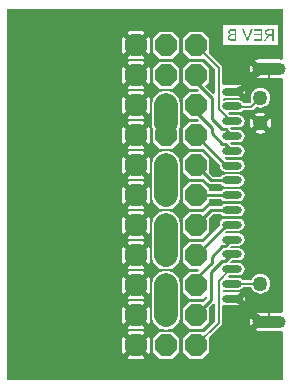
<source format=gbl>
G04 Layer_Physical_Order=2*
G04 Layer_Color=16711680*
%FSLAX43Y43*%
%MOMM*%
G71*
G01*
G75*
%ADD10C,0.200*%
%ADD11C,2.000*%
%ADD13P,2.034X8X292.5*%
%ADD14C,1.270*%
G04:AMPARAMS|DCode=15|XSize=2.819mm|YSize=1.016mm|CornerRadius=0.508mm|HoleSize=0mm|Usage=FLASHONLY|Rotation=180.000|XOffset=0mm|YOffset=0mm|HoleType=Round|Shape=RoundedRectangle|*
%AMROUNDEDRECTD15*
21,1,2.819,0.000,0,0,180.0*
21,1,1.803,1.016,0,0,180.0*
1,1,1.016,-0.902,0.000*
1,1,1.016,0.902,0.000*
1,1,1.016,0.902,0.000*
1,1,1.016,-0.902,0.000*
%
%ADD15ROUNDEDRECTD15*%
G04:AMPARAMS|DCode=16|XSize=0.61mm|YSize=1.702mm|CornerRadius=0.305mm|HoleSize=0mm|Usage=FLASHONLY|Rotation=270.000|XOffset=0mm|YOffset=0mm|HoleType=Round|Shape=RoundedRectangle|*
%AMROUNDEDRECTD16*
21,1,0.610,1.092,0,0,270.0*
21,1,0.000,1.702,0,0,270.0*
1,1,0.610,-0.546,0.000*
1,1,0.610,-0.546,0.000*
1,1,0.610,0.546,0.000*
1,1,0.610,0.546,0.000*
%
%ADD16ROUNDEDRECTD16*%
%ADD17C,0.254*%
G36*
X56769Y56909D02*
X56642Y56816D01*
X56514Y56833D01*
X54710D01*
X54511Y56806D01*
X54377Y56751D01*
X54887Y56241D01*
X54710Y56064D01*
X54887Y55887D01*
X54377Y55377D01*
X54511Y55322D01*
X54710Y55295D01*
X56514D01*
X56642Y55312D01*
X56769Y55219D01*
Y35484D01*
X56642Y35391D01*
X56514Y35408D01*
X54710D01*
X54511Y35381D01*
X54377Y35326D01*
X54887Y34816D01*
X54710Y34639D01*
X54887Y34462D01*
X54377Y33952D01*
X54511Y33897D01*
X54710Y33870D01*
X56514D01*
X56642Y33887D01*
X56769Y33794D01*
Y29718D01*
X33401D01*
Y61087D01*
X56769D01*
Y56909D01*
D02*
G37*
%LPC*%
G36*
X53008Y43364D02*
X51916D01*
X51719Y43325D01*
X51552Y43213D01*
X51440Y43046D01*
X51401Y42849D01*
X51421Y42749D01*
X50022Y41350D01*
X49973Y41399D01*
X48833D01*
X48263Y40829D01*
Y39689D01*
X48833Y39119D01*
X49574D01*
X49623Y39002D01*
X49480Y38859D01*
X48833D01*
X48263Y38289D01*
Y37149D01*
X48833Y36579D01*
X49973D01*
X50222Y36829D01*
X50340Y36780D01*
Y36587D01*
X50022Y36270D01*
X49973Y36319D01*
X48833D01*
X48263Y35749D01*
Y34609D01*
X48833Y34039D01*
X49973D01*
X50543Y34609D01*
Y35749D01*
X50494Y35798D01*
X50878Y36183D01*
X50999Y36142D01*
X51005Y36137D01*
Y34674D01*
X50042Y33710D01*
X49973Y33779D01*
X48833D01*
X48263Y33209D01*
Y32069D01*
X48833Y31499D01*
X49973D01*
X50543Y32069D01*
Y33209D01*
X50474Y33278D01*
X51527Y34331D01*
X51594Y34430D01*
X51617Y34547D01*
X51617Y34547D01*
Y35976D01*
X51744Y36054D01*
X51916Y36019D01*
X53008D01*
X53188Y36055D01*
X52831Y36412D01*
X53008Y36589D01*
X52831Y36766D01*
X53188Y37123D01*
X53008Y37159D01*
X51916D01*
X51766Y37129D01*
X51659Y37209D01*
X51661Y37273D01*
X51772Y37353D01*
X51916Y37324D01*
X53008D01*
X53205Y37364D01*
X53372Y37475D01*
X53413Y37536D01*
X54088Y37538D01*
X54135Y37425D01*
X54268Y37250D01*
X54443Y37117D01*
X54646Y37032D01*
X54864Y37004D01*
X55082Y37032D01*
X55285Y37117D01*
X55460Y37250D01*
X55593Y37425D01*
X55678Y37628D01*
X55706Y37846D01*
X55678Y38064D01*
X55593Y38267D01*
X55460Y38442D01*
X55285Y38575D01*
X55082Y38660D01*
X54864Y38688D01*
X54646Y38660D01*
X54443Y38575D01*
X54268Y38442D01*
X54135Y38267D01*
X54086Y38150D01*
X53409Y38148D01*
X53372Y38203D01*
X53205Y38315D01*
X53008Y38354D01*
X52174D01*
X52125Y38471D01*
X52228Y38574D01*
X53008D01*
X53205Y38614D01*
X53372Y38725D01*
X53484Y38892D01*
X53523Y39089D01*
X53484Y39286D01*
X53372Y39453D01*
X53205Y39565D01*
X53008Y39604D01*
X52364D01*
X52316Y39721D01*
X52419Y39824D01*
X53008D01*
X53205Y39864D01*
X53372Y39975D01*
X53484Y40142D01*
X53523Y40339D01*
X53484Y40536D01*
X53372Y40703D01*
X53205Y40815D01*
X53008Y40854D01*
X52364D01*
X52316Y40971D01*
X52419Y41074D01*
X53008D01*
X53205Y41114D01*
X53372Y41225D01*
X53484Y41392D01*
X53523Y41589D01*
X53484Y41786D01*
X53372Y41953D01*
X53205Y42065D01*
X53008Y42104D01*
X51916D01*
X51895Y42099D01*
X51832Y42217D01*
X51950Y42334D01*
X53008D01*
X53205Y42374D01*
X53372Y42485D01*
X53484Y42652D01*
X53523Y42849D01*
X53484Y43046D01*
X53372Y43213D01*
X53205Y43325D01*
X53008Y43364D01*
D02*
G37*
G36*
X44323Y42445D02*
X43604Y41727D01*
X43726Y41605D01*
X44920D01*
X45042Y41727D01*
X44323Y42445D01*
D02*
G37*
G36*
X43251Y43518D02*
X43129Y43396D01*
Y42202D01*
X43251Y42080D01*
X43969Y42799D01*
X43251Y43518D01*
D02*
G37*
G36*
Y40978D02*
X43129Y40856D01*
Y39662D01*
X43251Y39540D01*
X43969Y40259D01*
X43251Y40978D01*
D02*
G37*
G36*
X44323Y39905D02*
X43604Y39187D01*
X43726Y39065D01*
X44920D01*
X45042Y39187D01*
X44323Y39905D01*
D02*
G37*
G36*
X44920Y41453D02*
X43726D01*
X43604Y41331D01*
X44323Y40613D01*
X45042Y41331D01*
X44920Y41453D01*
D02*
G37*
G36*
X45395Y40978D02*
X44677Y40259D01*
X45395Y39540D01*
X45517Y39662D01*
Y40856D01*
X45395Y40978D01*
D02*
G37*
G36*
Y43518D02*
X44677Y42799D01*
X45395Y42080D01*
X45517Y42202D01*
Y43396D01*
X45395Y43518D01*
D02*
G37*
G36*
Y46058D02*
X44677Y45339D01*
X45395Y44620D01*
X45517Y44742D01*
Y45936D01*
X45395Y46058D01*
D02*
G37*
G36*
X49973Y46479D02*
X48833D01*
X48263Y45909D01*
Y44769D01*
X48833Y44199D01*
X49973D01*
X50543Y44769D01*
Y45030D01*
X51532D01*
X51552Y45000D01*
X51719Y44888D01*
X51916Y44849D01*
X53008D01*
X53205Y44888D01*
X53372Y45000D01*
X53484Y45167D01*
X53523Y45364D01*
X53484Y45561D01*
X53372Y45728D01*
X53205Y45839D01*
X53008Y45878D01*
X51916D01*
X51719Y45839D01*
X51552Y45728D01*
X51532Y45697D01*
X50543D01*
Y45909D01*
X49973Y46479D01*
D02*
G37*
G36*
X44920Y46533D02*
X43726D01*
X43604Y46411D01*
X44323Y45693D01*
X45042Y46411D01*
X44920Y46533D01*
D02*
G37*
G36*
X43251Y46058D02*
X43129Y45936D01*
Y44742D01*
X43251Y44620D01*
X43969Y45339D01*
X43251Y46058D01*
D02*
G37*
G36*
X44920Y43993D02*
X43726D01*
X43604Y43871D01*
X44323Y43153D01*
X45042Y43871D01*
X44920Y43993D01*
D02*
G37*
G36*
X53008Y44608D02*
X51916D01*
X51719Y44569D01*
X51552Y44458D01*
X51532Y44427D01*
X50698D01*
X50570Y44402D01*
X50462Y44329D01*
X50022Y43890D01*
X49973Y43939D01*
X48833D01*
X48263Y43369D01*
Y42229D01*
X48833Y41659D01*
X49973D01*
X50543Y42229D01*
Y43369D01*
X50494Y43418D01*
X50836Y43760D01*
X51532D01*
X51552Y43730D01*
X51719Y43618D01*
X51916Y43579D01*
X53008D01*
X53205Y43618D01*
X53372Y43730D01*
X53484Y43897D01*
X53523Y44094D01*
X53484Y44291D01*
X53372Y44458D01*
X53205Y44569D01*
X53008Y44608D01*
D02*
G37*
G36*
X44323Y44985D02*
X43604Y44267D01*
X43726Y44145D01*
X44920D01*
X45042Y44267D01*
X44323Y44985D01*
D02*
G37*
G36*
X44920Y38913D02*
X43726D01*
X43604Y38791D01*
X44323Y38073D01*
X45042Y38791D01*
X44920Y38913D01*
D02*
G37*
G36*
Y33833D02*
X43726D01*
X43604Y33711D01*
X44323Y32993D01*
X45042Y33711D01*
X44920Y33833D01*
D02*
G37*
G36*
X46863Y49089D02*
X46550Y49048D01*
X46479Y49019D01*
X46293D01*
X46016Y48741D01*
X46007Y48735D01*
X46001Y48726D01*
X45723Y48449D01*
Y48263D01*
X45694Y48192D01*
X45653Y47879D01*
Y45339D01*
X45694Y45026D01*
X45723Y44955D01*
Y44769D01*
X46001Y44492D01*
X46007Y44483D01*
X46016Y44477D01*
X46293Y44199D01*
X46479D01*
X46550Y44170D01*
X46773Y44141D01*
X46773D01*
X46830Y44133D01*
Y44132D01*
Y44128D01*
Y44121D01*
Y44017D01*
Y44010D01*
Y44006D01*
Y44005D01*
X46773Y43997D01*
D01*
X46550Y43968D01*
X46479Y43939D01*
X46293D01*
X46016Y43661D01*
X46007Y43655D01*
X46001Y43646D01*
X45723Y43369D01*
Y43183D01*
X45694Y43112D01*
X45653Y42799D01*
Y40259D01*
X45694Y39946D01*
X45723Y39875D01*
Y39689D01*
X46001Y39412D01*
X46007Y39403D01*
X46016Y39397D01*
X46293Y39119D01*
X46479D01*
X46550Y39090D01*
X46773Y39061D01*
X46773D01*
X46830Y39053D01*
Y39052D01*
Y39048D01*
Y39041D01*
Y38937D01*
Y38930D01*
Y38926D01*
Y38925D01*
X46773Y38917D01*
D01*
X46550Y38888D01*
X46479Y38859D01*
X46293D01*
X46016Y38581D01*
X46007Y38575D01*
X46001Y38566D01*
X45723Y38289D01*
Y38103D01*
X45694Y38032D01*
X45653Y37719D01*
Y35179D01*
X45694Y34866D01*
X45723Y34795D01*
Y34609D01*
X46001Y34332D01*
X46007Y34323D01*
X46016Y34317D01*
X46293Y34039D01*
X46479D01*
X46550Y34010D01*
X46863Y33969D01*
X47176Y34010D01*
X47247Y34039D01*
X47433D01*
X47710Y34317D01*
X47719Y34323D01*
X47725Y34332D01*
X48003Y34609D01*
Y34795D01*
X48032Y34866D01*
X48073Y35179D01*
Y37719D01*
X48032Y38032D01*
X48003Y38103D01*
Y38289D01*
X47725Y38566D01*
X47719Y38575D01*
X47710Y38581D01*
X47433Y38859D01*
X47247D01*
X47176Y38888D01*
X46953Y38917D01*
X46953D01*
X46896Y38925D01*
Y38926D01*
Y38930D01*
Y38937D01*
Y39041D01*
Y39048D01*
Y39052D01*
Y39053D01*
X46953Y39061D01*
D01*
X47176Y39090D01*
X47247Y39119D01*
X47433D01*
X47710Y39397D01*
X47719Y39403D01*
X47725Y39412D01*
X48003Y39689D01*
Y39875D01*
X48032Y39946D01*
X48073Y40259D01*
Y42799D01*
X48032Y43112D01*
X48003Y43183D01*
Y43369D01*
X47725Y43646D01*
X47719Y43655D01*
X47710Y43661D01*
X47433Y43939D01*
X47247D01*
X47176Y43968D01*
X46953Y43997D01*
X46953D01*
X46896Y44005D01*
Y44006D01*
Y44010D01*
Y44017D01*
Y44121D01*
Y44128D01*
Y44132D01*
Y44133D01*
X46953Y44141D01*
D01*
X47176Y44170D01*
X47247Y44199D01*
X47433D01*
X47710Y44477D01*
X47719Y44483D01*
X47725Y44492D01*
X48003Y44769D01*
Y44955D01*
X48032Y45026D01*
X48073Y45339D01*
Y47879D01*
X48032Y48192D01*
X48003Y48263D01*
Y48449D01*
X47725Y48726D01*
X47719Y48735D01*
X47710Y48741D01*
X47433Y49019D01*
X47247D01*
X47176Y49048D01*
X46863Y49089D01*
D02*
G37*
G36*
X44323Y34825D02*
X43604Y34107D01*
X43726Y33985D01*
X44920D01*
X45042Y34107D01*
X44323Y34825D01*
D02*
G37*
G36*
X45395Y33358D02*
X44677Y32639D01*
X45395Y31920D01*
X45517Y32042D01*
Y33236D01*
X45395Y33358D01*
D02*
G37*
G36*
X44323Y32285D02*
X43604Y31567D01*
X43726Y31445D01*
X44920D01*
X45042Y31567D01*
X44323Y32285D01*
D02*
G37*
G36*
X47433Y33779D02*
X46293D01*
X45723Y33209D01*
Y32069D01*
X46293Y31499D01*
X47433D01*
X48003Y32069D01*
Y33209D01*
X47433Y33779D01*
D02*
G37*
G36*
X43251Y33358D02*
X43129Y33236D01*
Y32042D01*
X43251Y31920D01*
X43969Y32639D01*
X43251Y33358D01*
D02*
G37*
G36*
X54024Y34972D02*
X53968Y34838D01*
X53942Y34639D01*
X53968Y34440D01*
X54024Y34306D01*
X54357Y34639D01*
X54024Y34972D01*
D02*
G37*
G36*
X44323Y37365D02*
X43604Y36647D01*
X43726Y36525D01*
X44920D01*
X45042Y36647D01*
X44323Y37365D01*
D02*
G37*
G36*
X43251Y38438D02*
X43129Y38316D01*
Y37122D01*
X43251Y37000D01*
X43969Y37719D01*
X43251Y38438D01*
D02*
G37*
G36*
X45395D02*
X44677Y37719D01*
X45395Y37000D01*
X45517Y37122D01*
Y38316D01*
X45395Y38438D01*
D02*
G37*
G36*
X53542Y36769D02*
X53362Y36589D01*
X53542Y36409D01*
X53578Y36589D01*
X53542Y36769D01*
D02*
G37*
G36*
X43251Y35898D02*
X43129Y35776D01*
Y34582D01*
X43251Y34460D01*
X43969Y35179D01*
X43251Y35898D01*
D02*
G37*
G36*
X45395D02*
X44677Y35179D01*
X45395Y34460D01*
X45517Y34582D01*
Y35776D01*
X45395Y35898D01*
D02*
G37*
G36*
X44920Y36373D02*
X43726D01*
X43604Y36251D01*
X44323Y35533D01*
X45042Y36251D01*
X44920Y36373D01*
D02*
G37*
G36*
X49973Y49019D02*
X48833D01*
X48263Y48449D01*
Y47309D01*
X48833Y46739D01*
X49973D01*
X50022Y46788D01*
X50457Y46353D01*
X50565Y46281D01*
X50693Y46256D01*
X51532D01*
X51552Y46225D01*
X51719Y46113D01*
X51916Y46074D01*
X53008D01*
X53205Y46113D01*
X53372Y46225D01*
X53484Y46392D01*
X53523Y46589D01*
X53484Y46786D01*
X53372Y46953D01*
X53205Y47064D01*
X53008Y47104D01*
X51916D01*
X51719Y47064D01*
X51552Y46953D01*
X51532Y46922D01*
X50831D01*
X50494Y47260D01*
X50543Y47309D01*
Y48449D01*
X49973Y49019D01*
D02*
G37*
G36*
X47433Y56639D02*
X46293D01*
X45723Y56069D01*
Y54929D01*
X46293Y54359D01*
X47433D01*
X48003Y54929D01*
Y56069D01*
X47433Y56639D01*
D02*
G37*
G36*
X43251Y56218D02*
X43129Y56096D01*
Y54902D01*
X43251Y54780D01*
X43969Y55499D01*
X43251Y56218D01*
D02*
G37*
G36*
X45395D02*
X44677Y55499D01*
X45395Y54780D01*
X45517Y54902D01*
Y56096D01*
X45395Y56218D01*
D02*
G37*
G36*
X44323Y55145D02*
X43604Y54427D01*
X43726Y54305D01*
X44920D01*
X45042Y54427D01*
X44323Y55145D01*
D02*
G37*
G36*
X44920Y54153D02*
X43726D01*
X43604Y54031D01*
X44323Y53313D01*
X45042Y54031D01*
X44920Y54153D01*
D02*
G37*
G36*
X49973Y59179D02*
X48833D01*
X48263Y58609D01*
Y57469D01*
X48833Y56899D01*
X49973D01*
X50042Y56968D01*
X51005Y56004D01*
Y53956D01*
X50878Y53904D01*
X50198Y54584D01*
X50543Y54929D01*
Y56069D01*
X49973Y56639D01*
X48833D01*
X48263Y56069D01*
Y54929D01*
X48833Y54359D01*
X49480D01*
X49623Y54216D01*
X49574Y54099D01*
X48833D01*
X48263Y53529D01*
Y52389D01*
X48833Y51819D01*
X49480D01*
X49623Y51676D01*
X49574Y51559D01*
X48833D01*
X48263Y50989D01*
Y49849D01*
X48833Y49279D01*
X49973D01*
X50022Y49328D01*
X51420Y47931D01*
X51401Y47839D01*
X51440Y47642D01*
X51552Y47475D01*
X51719Y47363D01*
X51916Y47324D01*
X53008D01*
X53205Y47363D01*
X53372Y47475D01*
X53484Y47642D01*
X53523Y47839D01*
X53484Y48036D01*
X53372Y48203D01*
X53205Y48314D01*
X53008Y48354D01*
X51940D01*
X51832Y48461D01*
X51895Y48578D01*
X51916Y48574D01*
X53008D01*
X53205Y48613D01*
X53372Y48725D01*
X53484Y48892D01*
X53523Y49089D01*
X53484Y49286D01*
X53372Y49453D01*
X53205Y49564D01*
X53008Y49604D01*
X52419D01*
X52306Y49717D01*
X52354Y49834D01*
X53008D01*
X53205Y49873D01*
X53372Y49985D01*
X53484Y50152D01*
X53523Y50349D01*
X53484Y50546D01*
X53372Y50713D01*
X53205Y50824D01*
X53008Y50864D01*
X52419D01*
X52321Y50962D01*
X52370Y51079D01*
X53008D01*
X53205Y51118D01*
X53372Y51230D01*
X53484Y51397D01*
X53523Y51594D01*
X53484Y51791D01*
X53372Y51958D01*
X53205Y52069D01*
X53008Y52108D01*
X52248D01*
X52125Y52232D01*
X52174Y52349D01*
X53008D01*
X53205Y52388D01*
X53372Y52500D01*
X53399Y52540D01*
X54096Y52526D01*
X54099Y52527D01*
X54102Y52526D01*
X54158Y52537D01*
X54214Y52547D01*
X54216Y52549D01*
X54219Y52549D01*
X54266Y52581D01*
X54314Y52612D01*
X54316Y52614D01*
X54318Y52616D01*
X54531Y52828D01*
X54646Y52780D01*
X54864Y52752D01*
X55082Y52780D01*
X55285Y52865D01*
X55460Y52998D01*
X55593Y53173D01*
X55678Y53376D01*
X55706Y53594D01*
X55678Y53812D01*
X55593Y54015D01*
X55460Y54190D01*
X55285Y54323D01*
X55082Y54408D01*
X54864Y54436D01*
X54646Y54408D01*
X54443Y54323D01*
X54268Y54190D01*
X54135Y54015D01*
X54050Y53812D01*
X54022Y53594D01*
X54050Y53376D01*
X54098Y53261D01*
X53978Y53140D01*
X53423Y53151D01*
X53372Y53228D01*
X53205Y53339D01*
X53008Y53378D01*
X51916D01*
X51782Y53352D01*
X51668Y53434D01*
X51667Y53483D01*
X51777Y53566D01*
X51916Y53538D01*
X53008D01*
X53188Y53574D01*
X52831Y53931D01*
X53008Y54108D01*
X52831Y54285D01*
X53188Y54642D01*
X53008Y54678D01*
X51916D01*
X51744Y54644D01*
X51617Y54722D01*
Y56131D01*
X51617Y56131D01*
X51594Y56248D01*
X51527Y56347D01*
X50474Y57400D01*
X50543Y57469D01*
Y58609D01*
X49973Y59179D01*
D02*
G37*
G36*
X53542Y54288D02*
X53362Y54108D01*
X53542Y53928D01*
X53578Y54108D01*
X53542Y54288D01*
D02*
G37*
G36*
X54024Y56397D02*
X53968Y56263D01*
X53942Y56064D01*
X53968Y55865D01*
X54024Y55731D01*
X54357Y56064D01*
X54024Y56397D01*
D02*
G37*
G36*
X45395Y58758D02*
X44677Y58039D01*
X45395Y57320D01*
X45517Y57442D01*
Y58636D01*
X45395Y58758D01*
D02*
G37*
G36*
X56334Y59724D02*
X51695D01*
Y58093D01*
X56334D01*
Y59724D01*
D02*
G37*
G36*
X44920Y59233D02*
X43726D01*
X43604Y59111D01*
X44323Y58393D01*
X45042Y59111D01*
X44920Y59233D01*
D02*
G37*
G36*
X43251Y58758D02*
X43129Y58636D01*
Y57442D01*
X43251Y57320D01*
X43969Y58039D01*
X43251Y58758D01*
D02*
G37*
G36*
X44920Y56693D02*
X43726D01*
X43604Y56571D01*
X44323Y55853D01*
X45042Y56571D01*
X44920Y56693D01*
D02*
G37*
G36*
X44323Y57685D02*
X43604Y56967D01*
X43726Y56845D01*
X44920D01*
X45042Y56967D01*
X44323Y57685D01*
D02*
G37*
G36*
X47433Y59179D02*
X46293D01*
X45723Y58609D01*
Y57469D01*
X46293Y56899D01*
X47433D01*
X48003Y57469D01*
Y58609D01*
X47433Y59179D01*
D02*
G37*
G36*
X45395Y53678D02*
X44677Y52959D01*
X45395Y52240D01*
X45517Y52362D01*
Y53556D01*
X45395Y53678D01*
D02*
G37*
G36*
X44323Y50065D02*
X43604Y49347D01*
X43726Y49225D01*
X44920D01*
X45042Y49347D01*
X44323Y50065D01*
D02*
G37*
G36*
X46863Y54169D02*
X46550Y54128D01*
X46479Y54099D01*
X46293D01*
X46016Y53821D01*
X46007Y53815D01*
X46001Y53806D01*
X45723Y53529D01*
Y53343D01*
X45694Y53272D01*
X45653Y52959D01*
Y51435D01*
X45694Y51122D01*
X45741Y51007D01*
X45723Y50989D01*
Y49849D01*
X46293Y49279D01*
X47433D01*
X48003Y49849D01*
Y50989D01*
X47985Y51007D01*
X48032Y51122D01*
X48073Y51435D01*
Y52959D01*
X48032Y53272D01*
X48003Y53343D01*
Y53529D01*
X47725Y53806D01*
X47719Y53815D01*
X47710Y53821D01*
X47433Y54099D01*
X47247D01*
X47176Y54128D01*
X46863Y54169D01*
D02*
G37*
G36*
X43251Y51138D02*
X43129Y51016D01*
Y49822D01*
X43251Y49700D01*
X43969Y50419D01*
X43251Y51138D01*
D02*
G37*
G36*
X44920Y49073D02*
X43726D01*
X43604Y48951D01*
X44323Y48233D01*
X45042Y48951D01*
X44920Y49073D01*
D02*
G37*
G36*
X44323Y47525D02*
X43604Y46807D01*
X43726Y46685D01*
X44920D01*
X45042Y46807D01*
X44323Y47525D01*
D02*
G37*
G36*
X43251Y48598D02*
X43129Y48476D01*
Y47282D01*
X43251Y47160D01*
X43969Y47879D01*
X43251Y48598D01*
D02*
G37*
G36*
X45395D02*
X44677Y47879D01*
X45395Y47160D01*
X45517Y47282D01*
Y48476D01*
X45395Y48598D01*
D02*
G37*
G36*
Y51138D02*
X44677Y50419D01*
X45395Y49700D01*
X45517Y49822D01*
Y51016D01*
X45395Y51138D01*
D02*
G37*
G36*
X44323Y52605D02*
X43604Y51887D01*
X43726Y51765D01*
X44920D01*
X45042Y51887D01*
X44323Y52605D01*
D02*
G37*
G36*
X54864Y52332D02*
X54632Y52301D01*
X54434Y52219D01*
X54864Y51789D01*
X55294Y52219D01*
X55096Y52301D01*
X54864Y52332D01*
D02*
G37*
G36*
X43251Y53678D02*
X43129Y53556D01*
Y52362D01*
X43251Y52240D01*
X43969Y52959D01*
X43251Y53678D01*
D02*
G37*
G36*
X55648Y51865D02*
X55218Y51435D01*
X55648Y51005D01*
X55730Y51203D01*
X55761Y51435D01*
X55730Y51667D01*
X55648Y51865D01*
D02*
G37*
G36*
X54864Y51081D02*
X54434Y50651D01*
X54632Y50569D01*
X54864Y50538D01*
X55096Y50569D01*
X55294Y50651D01*
X54864Y51081D01*
D02*
G37*
G36*
X44920Y51613D02*
X43726D01*
X43604Y51491D01*
X44323Y50773D01*
X45042Y51491D01*
X44920Y51613D01*
D02*
G37*
G36*
X54080Y51865D02*
X53998Y51667D01*
X53967Y51435D01*
X53998Y51203D01*
X54080Y51005D01*
X54510Y51435D01*
X54080Y51865D01*
D02*
G37*
%LPD*%
G36*
X56007Y58420D02*
X55877D01*
Y58853D01*
X55711D01*
X55695Y58851D01*
X55684D01*
X55674Y58850D01*
X55667Y58849D01*
X55662D01*
X55659Y58847D01*
X55657D01*
X55635Y58840D01*
X55625Y58836D01*
X55617Y58832D01*
X55608Y58827D01*
X55602Y58825D01*
X55600Y58823D01*
X55598Y58822D01*
X55587Y58813D01*
X55576Y58803D01*
X55554Y58782D01*
X55545Y58772D01*
X55538Y58764D01*
X55533Y58758D01*
X55532Y58757D01*
X55518Y58737D01*
X55502Y58716D01*
X55487Y58693D01*
X55471Y58672D01*
X55459Y58653D01*
X55449Y58637D01*
X55445Y58631D01*
X55442Y58627D01*
X55439Y58624D01*
Y58623D01*
X55311Y58420D01*
X55150D01*
X55318Y58685D01*
X55337Y58713D01*
X55356Y58739D01*
X55374Y58760D01*
X55390Y58779D01*
X55404Y58794D01*
X55415Y58805D01*
X55422Y58812D01*
X55425Y58815D01*
X55436Y58823D01*
X55449Y58833D01*
X55474Y58849D01*
X55485Y58854D01*
X55494Y58860D01*
X55500Y58863D01*
X55502Y58864D01*
X55477Y58868D01*
X55453Y58873D01*
X55432Y58880D01*
X55411Y58885D01*
X55392Y58892D01*
X55375Y58901D01*
X55360Y58908D01*
X55346Y58915D01*
X55335Y58923D01*
X55323Y58930D01*
X55315Y58936D01*
X55308Y58942D01*
X55302Y58946D01*
X55298Y58950D01*
X55297Y58951D01*
X55295Y58953D01*
X55284Y58967D01*
X55273Y58981D01*
X55256Y59011D01*
X55244Y59040D01*
X55236Y59068D01*
X55230Y59092D01*
X55229Y59102D01*
Y59112D01*
X55227Y59119D01*
Y59125D01*
Y59128D01*
Y59129D01*
X55229Y59159D01*
X55233Y59185D01*
X55240Y59211D01*
X55247Y59232D01*
X55256Y59250D01*
X55261Y59264D01*
X55267Y59273D01*
X55268Y59274D01*
Y59276D01*
X55285Y59298D01*
X55302Y59318D01*
X55320Y59335D01*
X55337Y59348D01*
X55353Y59357D01*
X55366Y59363D01*
X55374Y59367D01*
X55375Y59369D01*
X55377D01*
X55390Y59373D01*
X55405Y59377D01*
X55436Y59384D01*
X55470Y59388D01*
X55501Y59393D01*
X55531Y59394D01*
X55543D01*
X55554Y59396D01*
X56007D01*
Y58420D01*
D02*
G37*
G36*
X53839D02*
X53704D01*
X53323Y59396D01*
X53454D01*
X53719Y58686D01*
X53730Y58657D01*
X53740Y58629D01*
X53749Y58602D01*
X53756Y58578D01*
X53763Y58557D01*
X53767Y58541D01*
X53768Y58536D01*
X53770Y58531D01*
X53771Y58529D01*
Y58527D01*
X53788Y58584D01*
X53797Y58610D01*
X53805Y58634D01*
X53812Y58655D01*
X53815Y58664D01*
X53816Y58672D01*
X53819Y58678D01*
X53821Y58682D01*
X53822Y58685D01*
Y58686D01*
X54076Y59396D01*
X54217D01*
X53839Y58420D01*
D02*
G37*
G36*
X52832D02*
X52460D01*
X52426Y58421D01*
X52397Y58423D01*
X52370Y58426D01*
X52347Y58428D01*
X52329Y58431D01*
X52315Y58433D01*
X52307Y58436D01*
X52304D01*
X52280Y58443D01*
X52260Y58450D01*
X52242Y58458D01*
X52226Y58467D01*
X52214Y58472D01*
X52204Y58478D01*
X52198Y58482D01*
X52197Y58483D01*
X52181Y58496D01*
X52167Y58512D01*
X52156Y58527D01*
X52144Y58541D01*
X52136Y58555D01*
X52130Y58565D01*
X52126Y58572D01*
X52125Y58575D01*
X52115Y58598D01*
X52108Y58620D01*
X52102Y58641D01*
X52099Y58661D01*
X52096Y58678D01*
X52095Y58692D01*
Y58701D01*
Y58702D01*
Y58703D01*
X52096Y58734D01*
X52102Y58763D01*
X52111Y58787D01*
X52119Y58809D01*
X52128Y58826D01*
X52136Y58839D01*
X52142Y58847D01*
X52143Y58850D01*
X52163Y58873D01*
X52184Y58891D01*
X52208Y58906D01*
X52229Y58919D01*
X52249Y58929D01*
X52266Y58935D01*
X52271Y58937D01*
X52276Y58939D01*
X52278Y58940D01*
X52280D01*
X52256Y58954D01*
X52235Y58968D01*
X52218Y58984D01*
X52204Y58998D01*
X52192Y59009D01*
X52184Y59021D01*
X52180Y59026D01*
X52178Y59029D01*
X52167Y59050D01*
X52159Y59070D01*
X52151Y59090D01*
X52147Y59108D01*
X52144Y59123D01*
X52143Y59136D01*
Y59143D01*
Y59146D01*
X52144Y59170D01*
X52149Y59194D01*
X52156Y59215D01*
X52163Y59235D01*
X52170Y59252D01*
X52177Y59263D01*
X52181Y59271D01*
X52182Y59274D01*
X52198Y59295D01*
X52215Y59315D01*
X52233Y59331D01*
X52250Y59343D01*
X52264Y59353D01*
X52277Y59360D01*
X52285Y59364D01*
X52287Y59366D01*
X52288D01*
X52315Y59376D01*
X52345Y59383D01*
X52374Y59388D01*
X52402Y59391D01*
X52428Y59394D01*
X52439D01*
X52449Y59396D01*
X52832D01*
Y58420D01*
D02*
G37*
G36*
X55023D02*
X54294D01*
Y58536D01*
X54893D01*
Y58867D01*
X54353D01*
Y58982D01*
X54893D01*
Y59280D01*
X54317D01*
Y59396D01*
X55023D01*
Y58420D01*
D02*
G37*
%LPC*%
G36*
X52703Y59280D02*
X52471D01*
X52440Y59277D01*
X52416Y59276D01*
X52395Y59273D01*
X52380Y59270D01*
X52370Y59269D01*
X52363Y59266D01*
X52362D01*
X52346Y59260D01*
X52332Y59252D01*
X52321Y59243D01*
X52311Y59235D01*
X52304Y59228D01*
X52298Y59221D01*
X52295Y59216D01*
X52294Y59215D01*
X52285Y59201D01*
X52280Y59187D01*
X52276Y59173D01*
X52273Y59159D01*
X52271Y59147D01*
X52270Y59139D01*
Y59133D01*
Y59130D01*
X52271Y59112D01*
X52274Y59095D01*
X52278Y59081D01*
X52283Y59070D01*
X52287Y59060D01*
X52291Y59052D01*
X52294Y59047D01*
X52295Y59046D01*
X52305Y59035D01*
X52318Y59023D01*
X52331Y59015D01*
X52342Y59009D01*
X52353Y59004D01*
X52362Y58999D01*
X52367Y58998D01*
X52370Y58997D01*
X52385Y58994D01*
X52405Y58991D01*
X52425Y58990D01*
X52445Y58988D01*
X52463Y58987D01*
X52703D01*
Y59280D01*
D02*
G37*
G36*
X55877Y59287D02*
X55570D01*
X55532Y59286D01*
X55500Y59280D01*
X55471Y59273D01*
X55450Y59264D01*
X55432Y59256D01*
X55421Y59249D01*
X55414Y59243D01*
X55411Y59242D01*
X55394Y59224D01*
X55381Y59205D01*
X55373Y59185D01*
X55366Y59169D01*
X55363Y59152D01*
X55361Y59139D01*
X55360Y59130D01*
Y59129D01*
Y59128D01*
X55361Y59111D01*
X55364Y59094D01*
X55368Y59080D01*
X55373Y59067D01*
X55378Y59056D01*
X55382Y59047D01*
X55385Y59042D01*
X55387Y59040D01*
X55397Y59026D01*
X55409Y59013D01*
X55422Y59004D01*
X55435Y58995D01*
X55446Y58990D01*
X55454Y58985D01*
X55460Y58982D01*
X55463Y58981D01*
X55483Y58975D01*
X55505Y58971D01*
X55528Y58968D01*
X55550Y58967D01*
X55570Y58966D01*
X55587Y58964D01*
X55877D01*
Y59287D01*
D02*
G37*
G36*
X52703Y58871D02*
X52446D01*
X52416Y58868D01*
X52393Y58865D01*
X52373Y58863D01*
X52357Y58860D01*
X52345Y58857D01*
X52339Y58856D01*
X52336Y58854D01*
X52318Y58847D01*
X52302Y58839D01*
X52288Y58829D01*
X52277Y58819D01*
X52268Y58810D01*
X52263Y58803D01*
X52259Y58798D01*
X52257Y58796D01*
X52247Y58781D01*
X52240Y58765D01*
X52235Y58750D01*
X52232Y58736D01*
X52229Y58723D01*
X52228Y58712D01*
Y58706D01*
Y58703D01*
X52229Y58686D01*
X52230Y58670D01*
X52233Y58655D01*
X52237Y58644D01*
X52242Y58634D01*
X52245Y58626D01*
X52246Y58622D01*
X52247Y58620D01*
X52256Y58607D01*
X52263Y58596D01*
X52273Y58588D01*
X52280Y58579D01*
X52287Y58574D01*
X52292Y58569D01*
X52297Y58567D01*
X52298Y58565D01*
X52322Y58554D01*
X52346Y58545D01*
X52356Y58543D01*
X52364Y58541D01*
X52370Y58540D01*
X52371D01*
X52383Y58538D01*
X52395Y58537D01*
X52425Y58536D01*
X52703D01*
Y58871D01*
D02*
G37*
%LPD*%
D10*
X51311Y34547D02*
Y38090D01*
X49403Y32639D02*
X51311Y34547D01*
X52311Y39089D02*
X52462D01*
X51311Y38090D02*
X52311Y39089D01*
X52462Y37839D02*
X54864Y37846D01*
X52462Y54108D02*
X55612Y56064D01*
X52462Y52864D02*
X54102Y52832D01*
X49403Y58039D02*
X51311Y56131D01*
X52331Y51594D02*
X52462D01*
X51311Y52613D02*
Y56131D01*
Y52613D02*
X52331Y51594D01*
X54102Y52832D02*
X54864Y53594D01*
X55612Y54168D02*
Y56064D01*
Y54168D02*
X55799Y53981D01*
X55612Y37272D02*
X55799Y37459D01*
X55612Y34639D02*
Y37272D01*
X52462Y36589D02*
X55612Y34639D01*
X55799Y37459D02*
Y52497D01*
Y53981D01*
X54800Y51499D02*
X55799Y52497D01*
D11*
X46863Y51435D02*
Y52959D01*
Y45339D02*
Y47879D01*
Y40259D02*
Y42799D01*
Y35179D02*
Y37719D01*
D13*
X44323Y58039D02*
D03*
X46863D02*
D03*
X49403D02*
D03*
X44323Y55499D02*
D03*
X46863D02*
D03*
X49403D02*
D03*
X44323Y52959D02*
D03*
X46863D02*
D03*
X49403D02*
D03*
X44323Y50419D02*
D03*
X46863D02*
D03*
X49403D02*
D03*
X44323Y47879D02*
D03*
X46863D02*
D03*
X49403D02*
D03*
X44323Y45339D02*
D03*
X46863D02*
D03*
X49403D02*
D03*
X44323Y42799D02*
D03*
X46863D02*
D03*
X49403D02*
D03*
X44323Y40259D02*
D03*
X46863D02*
D03*
X49403D02*
D03*
X44323Y37719D02*
D03*
X46863D02*
D03*
X49403D02*
D03*
X44323Y35179D02*
D03*
X46863D02*
D03*
X49403D02*
D03*
Y32639D02*
D03*
X46863D02*
D03*
X44323D02*
D03*
D14*
X54864Y51435D02*
D03*
Y37846D02*
D03*
Y53594D02*
D03*
D15*
X55612Y34639D02*
D03*
Y56064D02*
D03*
D16*
X52462Y36589D02*
D03*
Y39089D02*
D03*
Y40339D02*
D03*
Y41589D02*
D03*
Y42849D02*
D03*
Y44094D02*
D03*
Y45364D02*
D03*
Y37839D02*
D03*
Y54108D02*
D03*
Y52864D02*
D03*
Y51594D02*
D03*
Y50349D02*
D03*
Y49089D02*
D03*
Y47839D02*
D03*
Y46589D02*
D03*
D17*
X51898Y39775D02*
X52462Y40339D01*
X51632Y39775D02*
X51898D01*
Y41025D02*
X52462Y41589D01*
X51632Y41025D02*
X51898D01*
X49403Y38310D02*
X50724Y39631D01*
Y40117D02*
X51632Y41025D01*
X50724Y39631D02*
Y40117D01*
X49403Y37719D02*
Y38310D01*
X50698Y44094D02*
X52462D01*
X49403Y42799D02*
X50698Y44094D01*
X49428Y45364D02*
X52462D01*
X49403Y45339D02*
X49428Y45364D01*
X50693Y46589D02*
X52462D01*
X49403Y47879D02*
X50693Y46589D01*
X51983Y47839D02*
X52462D01*
X49403Y50419D02*
X51983Y47839D01*
X51888Y49663D02*
X52462Y49089D01*
X51632Y49663D02*
X51888D01*
X50724Y50571D02*
X51632Y49663D01*
X49403Y52368D02*
Y52959D01*
Y52368D02*
X50724Y51047D01*
Y50571D02*
Y51047D01*
X49403Y54908D02*
Y55499D01*
X50673Y38816D02*
X51632Y39775D01*
X49403Y35179D02*
X50673Y36449D01*
Y38816D01*
X51903Y50908D02*
X52462Y50349D01*
X51632Y50908D02*
X51903D01*
X49403Y54908D02*
X50724Y53587D01*
Y51816D02*
X51632Y50908D01*
X50724Y51816D02*
Y53587D01*
X49403Y40259D02*
X51993Y42849D01*
X52462D01*
M02*

</source>
